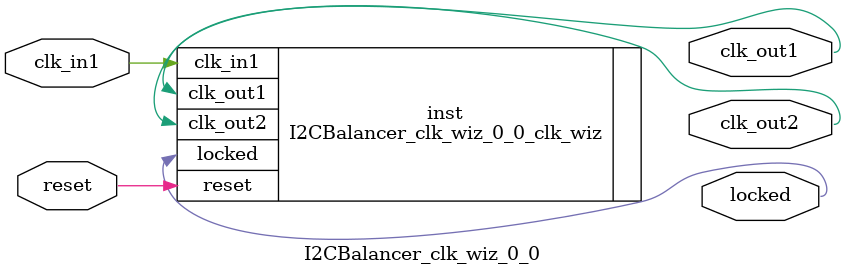
<source format=v>


`timescale 1ps/1ps

(* CORE_GENERATION_INFO = "I2CBalancer_clk_wiz_0_0,clk_wiz_v6_0_6_0_0,{component_name=I2CBalancer_clk_wiz_0_0,use_phase_alignment=true,use_min_o_jitter=false,use_max_i_jitter=false,use_dyn_phase_shift=false,use_inclk_switchover=false,use_dyn_reconfig=false,enable_axi=0,feedback_source=FDBK_AUTO,PRIMITIVE=MMCM,num_out_clk=2,clkin1_period=10.000,clkin2_period=10.000,use_power_down=false,use_reset=true,use_locked=true,use_inclk_stopped=false,feedback_type=SINGLE,CLOCK_MGR_TYPE=NA,manual_override=false}" *)

module I2CBalancer_clk_wiz_0_0 
 (
  // Clock out ports
  output        clk_out1,
  output        clk_out2,
  // Status and control signals
  input         reset,
  output        locked,
 // Clock in ports
  input         clk_in1
 );

  I2CBalancer_clk_wiz_0_0_clk_wiz inst
  (
  // Clock out ports  
  .clk_out1(clk_out1),
  .clk_out2(clk_out2),
  // Status and control signals               
  .reset(reset), 
  .locked(locked),
 // Clock in ports
  .clk_in1(clk_in1)
  );

endmodule

</source>
